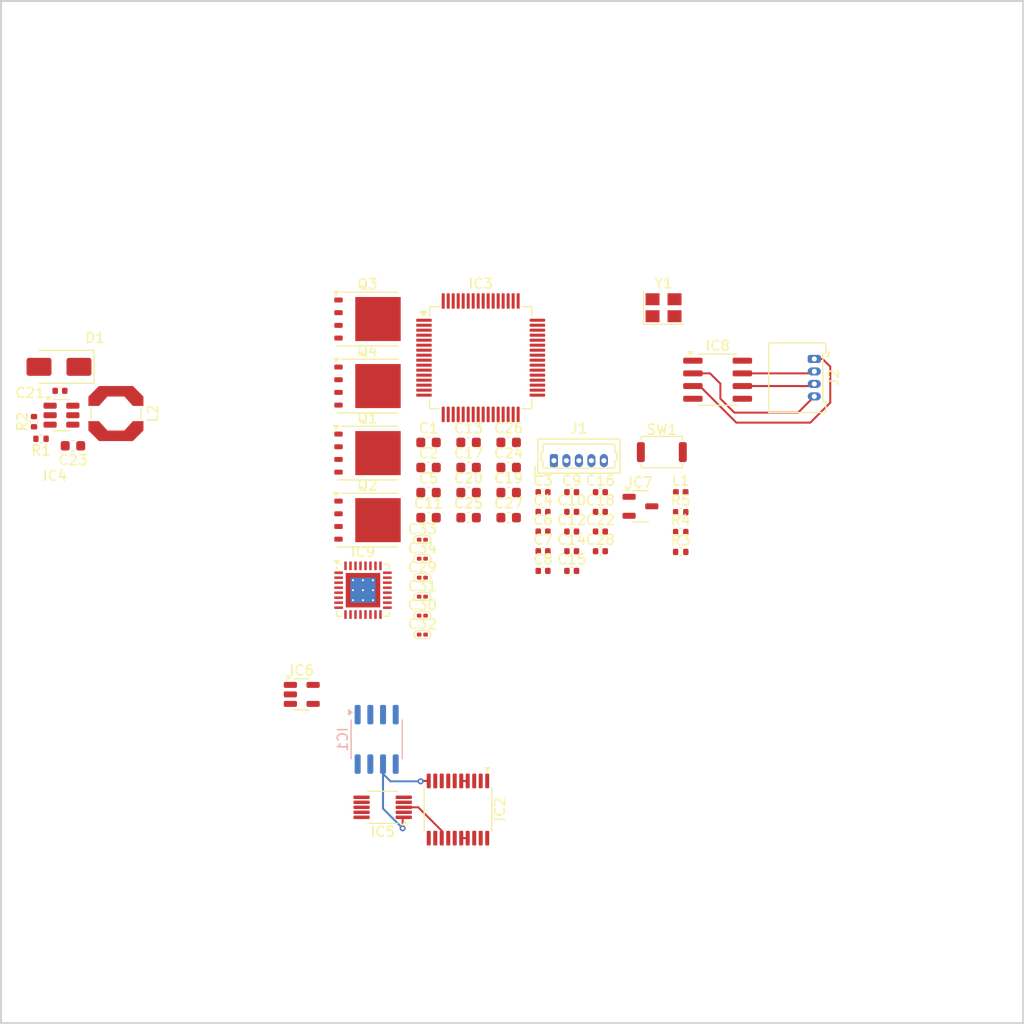
<source format=kicad_pcb>
(kicad_pcb (version 20240108) (generator "pcbnew") (generator_version "8.0")
  (layers (0 "F.Cu" signal) (1 "In1.Cu" signal) (2 "In2.Cu" signal) (31 "B.Cu" signal) (34 "B.Paste" user) (35 "F.Paste" user) (36 "B.SilkS" user "B.Silkscreen") (37 "F.SilkS" user "F.Silkscreen") (38 "B.Mask" user) (39 "F.Mask" user) (44 "Edge.Cuts" user))
  (net 0 "")
  (net 1 "GND")
  (net 2 "+3V3")
  (net 3 "+5V")
  (net 4 "Net-(C13-Pad2)")
  (net 5 "/RCC_OSC_IN")
  (net 6 "+3.3VA")
  (net 7 "/NRST")
  (net 8 "/RCC_OSC_OUT")
  (net 9 "Net-(IC3-VCAP_1)")
  (net 10 "/V_REF")
  (net 11 "Net-(IC9-DVDD)")
  (net 12 "Net-(IC9-VCP)")
  (net 13 "Net-(IC9-CPL)")
  (net 14 "Net-(IC9-CPH)")
  (net 16 "/AVDD")
  (net 17 "Net-(IC2-IN+)")
  (net 23 "/SPI_CS")
  (net 24 "/V_CS")
  (net 25 "/SPI1_SCK")
  (net 26 "/SPI1_MISO")
  (net 27 "/SPI1_MOSI")
  (net 28 "VM")
  (net 30 "Net-(IC2-IN-)")
  (net 31 "+5V5")
  (net 32 "/ECN_B")
  (net 33 "/ECN_A")
  (net 34 "/ECN_X")
  (net 35 "/CAN_H")
  (net 36 "/CAN_L")
  (net 37 "+3.3V")
  (net 46 "/BOOT0")
  (net 55 "/CAN1_TX")
  (net 76 "/PWM_1")
  (net 82 "/PWM_2")
  (net 85 "Net-(IC9-GL2)")
  (net 86 "/CAN1_RX")
  (net 87 "Net-(IC9-GH1)")
  (net 88 "/CAN_TX")
  (net 89 "/CAN_RX")
  (net 90 "Net-(IC9-GL1)")
  (net 93 "Net-(IC9-GH2)")
  (net 98 "/SW")
  (net 99 "/nSLEEP")
  (net 100 "/SDI")
  (net 101 "/nSCS")
  (net 102 "/nWDFLT")
  (net 103 "/IN1")
  (net 104 "/MODE")
  (net 105 "/IN2")
  (net 106 "/nFAULT")
  (net 107 "/SCLK")
  (net 108 "/SDO")
  (net 110 "/CS_M")
  (net 111 "/CS_P")
  (net 112 "/FB")
  (net 113 "/BST")
  (footprint "Capacitor_SMD:C_0603_1608Metric" (layer "F.Cu") (at 103.90223 82.517157 180)
    (property "Reference" "C23" (at 0 -1.43 360) (layer "F.SilkS"))
    (property "Value" "22uF")
    (pad "1" smd roundrect (at -0.775 0 180) (size 0.9 0.95) (layers "F.Cu" "F.Paste" "F.Mask") (net 31 "+5V5"))
    (pad "2" smd roundrect (at 0.775 0 180) (size 0.9 0.95) (layers "F.Cu" "F.Paste" "F.Mask") (net 1 "GND"))
  )
  (footprint "Package_TO_SOT_SMD:TDSON-8-1" (layer "F.Cu") (at 133.38 76.54)
    (property "Reference" "Q4" (at 0 -3.5 0) (layer "F.SilkS"))
    (property "Value" "CSD18540Q5B")
    (pad "1" smd roundrect (at -2.9 -1.905) (size 0.85 0.5) (layers "F.Cu" "F.Paste" "F.Mask") (net 1 "GND"))
    (pad "2" smd roundrect (at -2.9 -0.635) (size 0.85 0.5) (layers "F.Cu" "F.Paste" "F.Mask") (net 1 "GND"))
    (pad "3" smd roundrect (at -2.9 0.635) (size 0.85 0.5) (layers "F.Cu" "F.Paste" "F.Mask") (net 1 "GND"))
    (pad "4" smd roundrect (at -2.9 1.905) (size 0.85 0.5) (layers "F.Cu" "F.Paste" "F.Mask") (net 90 "Net-(IC9-GL1)"))
    (pad "5" smd rect (at 1.05 0) (size 4.55 4.41) (layers "F.Cu") (net 111 "/CS_P"))
  )
  (footprint "Package_TO_SOT_SMD:TSOT-23-6" (layer "F.Cu") (at 102.752229 79.454659)
    (property "Reference" "IC4" (at -0.65 6.062499 360) (layer "F.SilkS"))
    (property "Value" "MP2459GJ-Z")
    (pad "1" smd roundrect (at -1.1375 -0.949999) (size 1.325 0.6) (layers "F.Cu" "F.Paste" "F.Mask") (net 113 "/BST"))
    (pad "2" smd roundrect (at -1.1375 0) (size 1.325 0.6) (layers "F.Cu" "F.Paste" "F.Mask") (net 1 "GND"))
    (pad "3" smd roundrect (at -1.1375 0.949999) (size 1.325 0.6) (layers "F.Cu" "F.Paste" "F.Mask") (net 112 "/FB"))
    (pad "4" smd roundrect (at 1.1375 0.949999) (size 1.325 0.6) (layers "F.Cu" "F.Paste" "F.Mask"))
    (pad "5" smd roundrect (at 1.1375 0) (size 1.325 0.6) (layers "F.Cu" "F.Paste" "F.Mask") (net 28 "VM"))
    (pad "6" smd roundrect (at 1.1375 -0.949999) (size 1.325 0.6) (layers "F.Cu" "F.Paste" "F.Mask") (net 98 "/SW"))
  )
  (footprint "Resistor_SMD:R_0402_1005Metric" (layer "F.Cu") (at 100.002229 80.107158 90)
    (property "Reference" "R2" (at 0 -1.17 90) (layer "F.SilkS"))
    (property "Value" "576k")
    (pad "1" smd roundrect (at -0.509999 0 90) (size 0.54 0.64) (layers "F.Cu" "F.Paste" "F.Mask") (net 112 "/FB"))
    (pad "2" smd roundrect (at 0.509999 0 90) (size 0.54 0.64) (layers "F.Cu" "F.Paste" "F.Mask") (net 1 "GND"))
  )
  (footprint "Capacitor_SMD:C_0603_1608Metric" (layer "F.Cu") (at 139.49 82.18)
    (property "Reference" "C1" (at 0 -1.43 0) (layer "F.SilkS"))
    (property "Value" "10uF")
    (pad "1" smd roundrect (at -0.775 0) (size 0.9 0.95) (layers "F.Cu" "F.Paste" "F.Mask") (net 2 "+3V3"))
    (pad "2" smd roundrect (at 0.775 0) (size 0.9 0.95) (layers "F.Cu" "F.Paste" "F.Mask") (net 1 "GND"))
  )
  (footprint "Capacitor_SMD:C_0402_1005Metric" (layer "F.Cu") (at 102.602229 77.017157)
    (property "Reference" "C21" (at -3 0.2 360) (layer "F.SilkS"))
    (property "Value" "100nF")
    (pad "1" smd roundrect (at -0.48 0) (size 0.56 0.62) (layers "F.Cu" "F.Paste" "F.Mask") (net 113 "/BST"))
    (pad "2" smd roundrect (at 0.48 0) (size 0.56 0.62) (layers "F.Cu" "F.Paste" "F.Mask") (net 98 "/SW"))
  )
  (footprint "Capacitor_SMD:C_0402_1005Metric" (layer "F.Cu") (at 156.69 93.07)
    (property "Reference" "C28" (at 0 -1.16 0) (layer "F.SilkS"))
    (property "Value" "100nF")
    (pad "1" smd roundrect (at -0.48 0) (size 0.56 0.62) (layers "F.Cu" "F.Paste" "F.Mask") (net 2 "+3V3"))
    (pad "2" smd roundrect (at 0.48 0) (size 0.56 0.62) (layers "F.Cu" "F.Paste" "F.Mask") (net 1 "GND"))
  )
  (footprint "Resistor_SMD:R_0402_1005Metric" (layer "F.Cu") (at 164.73 93.14)
    (property "Reference" "R3" (at 0 -1.17 0) (layer "F.SilkS"))
    (property "Value" "10k")
    (pad "1" smd roundrect (at -0.51 0) (size 0.54 0.64) (layers "F.Cu" "F.Paste" "F.Mask") (net 2 "+3V3"))
    (pad "2" smd roundrect (at 0.51 0) (size 0.54 0.64) (layers "F.Cu" "F.Paste" "F.Mask") (net 108 "/SDO"))
  )
  (footprint "Package_TO_SOT_SMD:TDSON-8-1" (layer "F.Cu") (at 133.38 89.96)
    (property "Reference" "Q2" (at 0 -3.5 0) (layer "F.SilkS"))
    (property "Value" "CSD18540Q5B")
    (pad "1" smd roundrect (at -2.9 -1.905) (size 0.85 0.5) (layers "F.Cu" "F.Paste" "F.Mask") (net 1 "GND"))
    (pad "2" smd roundrect (at -2.9 -0.635) (size 0.85 0.5) (layers "F.Cu" "F.Paste" "F.Mask") (net 1 "GND"))
    (pad "3" smd roundrect (at -2.9 0.635) (size 0.85 0.5) (layers "F.Cu" "F.Paste" "F.Mask") (net 1 "GND"))
    (pad "4" smd roundrect (at -2.9 1.905) (size 0.85 0.5) (layers "F.Cu" "F.Paste" "F.Mask") (net 85 "Net-(IC9-GL2)"))
    (pad "5" smd rect (at 1.05 0) (size 4.55 4.41) (layers "F.Cu") (net 110 "/CS_M"))
  )
  (footprint "Resistor_SMD:R_0402_1005Metric" (layer "F.Cu") (at 164.73 91.15)
    (property "Reference" "R4" (at 0 -1.17 0) (layer "F.SilkS"))
    (property "Value" "10k")
    (pad "1" smd roundrect (at -0.51 0) (size 0.54 0.64) (layers "F.Cu" "F.Paste" "F.Mask") (net 2 "+3V3"))
    (pad "2" smd roundrect (at 0.51 0) (size 0.54 0.64) (layers "F.Cu" "F.Paste" "F.Mask") (net 102 "/nWDFLT"))
  )
  (footprint "Capacitor_SMD:C_0402_1005Metric" (layer "F.Cu") (at 156.69 87.16)
    (property "Reference" "C16" (at 0 -1.16 0) (layer "F.SilkS"))
    (property "Value" "100nF")
    (pad "1" smd roundrect (at -0.48 0) (size 0.56 0.62) (layers "F.Cu" "F.Paste" "F.Mask") (net 2 "+3V3"))
    (pad "2" smd roundrect (at 0.48 0) (size 0.56 0.62) (layers "F.Cu" "F.Paste" "F.Mask") (net 1 "GND"))
  )
  (footprint "PCM_Capacitor_SMD_AKL:C_0201_0603Metric" (layer "F.Cu") (at 138.875003 91.915001)
    (property "Reference" "C33" (at 0 -1.05 0) (layer "F.SilkS"))
    (property "Value" "1uF" (hide yes))
    (pad "1" smd roundrect (at -0.32 0) (size 0.46 0.4) (layers "F.Cu" "F.Mask") (net 28 "VM"))
    (pad "2" smd roundrect (at 0.32 0) (size 0.46 0.4) (layers "F.Cu" "F.Mask") (net 12 "Net-(IC9-VCP)"))
  )
  (footprint "Connector_Molex:Molex_PicoBlade_53047-0510_1x05_P1.25mm_Vertical" (layer "F.Cu") (at 152.04 84)
    (property "Reference" "J1" (at 2.5 -3.25 0) (layer "F.SilkS"))
    (property "Value" "Conn_Enc")
    (pad "1" thru_hole roundrect (at 0 0) (size 0.8 1.3) (drill 0.5) (layers "*.Cu" "*.Mask") (net 2 "+3V3"))
    (pad "2" thru_hole oval (at 1.25 0) (size 0.8 1.3) (drill 0.5) (layers "*.Cu" "*.Mask") (net 33 "/ECN_A"))
    (pad "3" thru_hole oval (at 2.5 0) (size 0.8 1.3) (drill 0.5) (layers "*.Cu" "*.Mask") (net 32 "/ECN_B"))
    (pad "4" thru_hole oval (at 3.75 0) (size 0.8 1.3) (drill 0.5) (layers "*.Cu" "*.Mask") (net 34 "/ECN_X"))
    (pad "5" thru_hole oval (at 5 0) (size 0.8 1.3) (drill 0.5) (layers "*.Cu" "*.Mask") (net 1 "GND"))
  )
  (footprint "PCM_Capacitor_SMD_AKL:C_0201_0603Metric" (layer "F.Cu") (at 138.875003 101.415001)
    (property "Reference" "C32" (at 0 -1.05 0) (layer "F.SilkS"))
    (property "Value" "22uF" (hide yes))
    (pad "1" smd roundrect (at -0.32 0) (size 0.46 0.4) (layers "F.Cu" "F.Mask") (net 28 "VM"))
    (pad "2" smd roundrect (at 0.32 0) (size 0.46 0.4) (layers "F.Cu" "F.Mask") (net 1 "GND"))
  )
  (footprint "Capacitor_SMD:C_0402_1005Metric" (layer "F.Cu") (at 153.82 95.04)
    (property "Reference" "C15" (at 0 -1.16 0) (layer "F.SilkS"))
    (property "Value" "100nF")
    (pad "1" smd roundrect (at -0.48 0) (size 0.56 0.62) (layers "F.Cu" "F.Paste" "F.Mask") (net 10 "/V_REF"))
    (pad "2" smd roundrect (at 0.48 0) (size 0.56 0.62) (layers "F.Cu" "F.Paste" "F.Mask") (net 4 "Net-(C13-Pad2)"))
  )
  (footprint "Capacitor_SMD:C_0603_1608Metric" (layer "F.Cu") (at 143.5 89.71)
    (property "Reference" "C25" (at 0 -1.43 0) (layer "F.SilkS"))
    (property "Value" "1uF")
    (pad "1" smd roundrect (at -0.775 0) (size 0.9 0.95) (layers "F.Cu" "F.Paste" "F.Mask") (net 31 "+5V5"))
    (pad "2" smd roundrect (at 0.775 0) (size 0.9 0.95) (layers "F.Cu" "F.Paste" "F.Mask") (net 1 "GND"))
  )
  (footprint "Capacitor_SMD:C_0402_1005Metric" (layer "F.Cu") (at 153.82 91.1)
    (property "Reference" "C12" (at 0 -1.16 0) (layer "F.SilkS"))
    (property "Value" "100nF")
    (pad "1" smd roundrect (at -0.48 0) (size 0.56 0.62) (layers "F.Cu" "F.Paste" "F.Mask") (net 3 "+5V"))
    (pad "2" smd roundrect (at 0.48 0) (size 0.56 0.62) (layers "F.Cu" "F.Paste" "F.Mask") (net 1 "GND"))
  )
  (footprint "Capacitor_SMD:C_0402_1005Metric" (layer "F.Cu") (at 150.95 93.07)
    (property "Reference" "C7" (at 0 -1.16 0) (layer "F.SilkS"))
    (property "Value" "1u")
    (pad "1" smd roundrect (at -0.48 0) (size 0.56 0.62) (layers "F.Cu" "F.Paste" "F.Mask") (net 6 "+3.3VA"))
    (pad "2" smd roundrect (at 0.48 0) (size 0.56 0.62) (layers "F.Cu" "F.Paste" "F.Mask") (net 1 "GND"))
  )
  (footprint "Capacitor_SMD:C_0402_1005Metric" (layer "F.Cu") (at 156.69 91.1)
    (property "Reference" "C22" (at 0 -1.16 0) (layer "F.SilkS"))
    (property "Value" "100nF")
    (pad "1" smd roundrect (at -0.48 0) (size 0.56 0.62) (layers "F.Cu" "F.Paste" "F.Mask") (net 2 "+3V3"))
    (pad "2" smd roundrect (at 0.48 0) (size 0.56 0.62) (layers "F.Cu" "F.Paste" "F.Mask") (net 1 "GND"))
  )
  (footprint "Capacitor_SMD:C_0402_1005Metric" (layer "F.Cu") (at 153.82 93.07)
    (property "Reference" "C14" (at 0 -1.16 0) (layer "F.SilkS"))
    (property "Value" "100nF")
    (pad "1" smd roundrect (at -0.48 0) (size 0.56 0.62) (layers "F.Cu" "F.Paste" "F.Mask") (net 2 "+3V3"))
    (pad "2" smd roundrect (at 0.48 0) (size 0.56 0.62) (layers "F.Cu" "F.Paste" "F.Mask") (net 1 "GND"))
  )
  (footprint "Capacitor_SMD:C_0402_1005Metric" (layer "F.Cu") (at 153.82 89.13)
    (property "Reference" "C10" (at 0 -1.16 0) (layer "F.SilkS"))
    (property "Value" "100n")
    (pad "1" smd roundrect (at -0.48 0) (size 0.56 0.62) (layers "F.Cu" "F.Paste" "F.Mask") (net 6 "+3.3VA"))
    (pad "2" smd roundrect (at 0.48 0) (size 0.56 0.62) (layers "F.Cu" "F.Paste" "F.Mask") (net 1 "GND"))
  )
  (footprint "Capacitor_SMD:C_0603_1608Metric" (layer "F.Cu") (at 147.51 87.2)
    (property "Reference" "C19" (at 0 -1.43 0) (layer "F.SilkS"))
    (property "Value" "4.7uF")
    (pad "1" smd roundrect (at -0.775 0) (size 0.9 0.95) (layers "F.Cu" "F.Paste" "F.Mask") (net 28 "VM"))
    (pad "2" smd roundrect (at 0.775 0) (size 0.9 0.95) (layers "F.Cu" "F.Paste" "F.Mask") (net 1 "GND"))
  )
  (footprint "PCM_Capacitor_SMD_AKL:C_0201_0603Metric" (layer "F.Cu") (at 138.875003 93.815001)
    (property "Reference" "C34" (at 0 -1.05 0) (layer "F.SilkS"))
    (property "Value" "100nF" (hide yes))
    (pad "1" smd roundrect (at -0.32 0) (size 0.46 0.4) (layers "F.Cu" "F.Mask") (net 14 "Net-(IC9-CPH)"))
    (pad "2" smd roundrect (at 0.32 0) (size 0.46 0.4) (layers "F.Cu" "F.Mask") (net 13 "Net-(IC9-CPL)"))
  )
  (footprint "Capacitor_SMD:C_0603_1608Metric" (layer "F.Cu") (at 139.49 84.69)
    (property "Reference" "C2" (at 0 -1.43 0) (layer "F.SilkS"))
    (property "Value" "10uF")
    (pad "1" smd roundrect (at -0.775 0) (size 0.9 0.95) (layers "F.Cu" "F.Paste" "F.Mask") (net 3 "+5V"))
    (pad "2" smd roundrect (at 0.775 0) (size 0.9 0.95) (layers "F.Cu" "F.Paste" "F.Mask") (net 4 "Net-(C13-Pad2)"))
  )
  (footprint "Capacitor_SMD:C_0603_1608Metric" (layer "F.Cu") (at 139.49 87.2)
    (property "Reference" "C5" (at 0 -1.43 0) (layer "F.SilkS"))
    (property "Value" "30pF")
    (pad "1" smd roundrect (at -0.775 0) (size 0.9 0.95) (layers "F.Cu" "F.Paste" "F.Mask") (net 5 "/RCC_OSC_IN"))
    (pad "2" smd roundrect (at 0.775 0) (size 0.9 0.95) (layers "F.Cu" "F.Paste" "F.Mask") (net 1 "GND"))
  )
  (footprint "Capacitor_SMD:C_0402_1005Metric" (layer "F.Cu") (at 153.82 87.16)
    (property "Reference" "C9" (at 0 -1.16 0) (layer "F.SilkS"))
    (property "Value" "100nF")
    (pad "1" smd roundrect (at -0.48 0) (size 0.56 0.62) (layers "F.Cu" "F.Paste" "F.Mask") (net 7 "/NRST"))
    (pad "2" smd roundrect (at 0.48 0) (size 0.56 0.62) (layers "F.Cu" "F.Paste" "F.Mask") (net 1 "GND"))
  )
  (footprint "Capacitor_SMD:C_0603_1608Metric" (layer "F.Cu") (at 143.5 84.69)
    (property "Reference" "C17" (at 0 -1.43 0) (layer "F.SilkS"))
    (property "Value" "4.7uF")
    (pad "1" smd roundrect (at -0.775 0) (size 0.9 0.95) (layers "F.Cu" "F.Paste" "F.Mask") (net 9 "Net-(IC3-VCAP_1)"))
    (pad "2" smd roundrect (at 0.775 0) (size 0.9 0.95) (layers "F.Cu" "F.Paste" "F.Mask") (net 1 "GND"))
  )
  (footprint "Button_Switch_SMD:SW_Push_SPST_NO_Alps_SKRK" (layer "F.Cu") (at 162.84 83.15)
    (property "Reference" "SW1" (at 0 -2.25 0) (layer "F.SilkS"))
    (property "Value" "SW_Push")
    (pad "1" smd roundrect (at -2.1 0) (size 0.8 2) (layers "F.Cu" "F.Paste" "F.Mask") (net 7 "/NRST"))
    (pad "2" smd roundrect (at 2.1 0) (size 0.8 2) (layers "F.Cu" "F.Paste" "F.Mask") (net 1 "GND"))
  )
  (footprint "Resistor_SMD:R_0402_1005Metric" (layer "F.Cu") (at 164.73 89.16)
    (property "Reference" "R5" (at 0 -1.17 0) (layer "F.SilkS"))
    (property "Value" "10k")
    (pad "1" smd roundrect (at -0.51 0) (size 0.54 0.64) (layers "F.Cu" "F.Paste" "F.Mask") (net 2 "+3V3"))
    (pad "2" smd roundrect (at 0.51 0) (size 0.54 0.64) (layers "F.Cu" "F.Paste" "F.Mask") (net 106 "/nFAULT"))
  )
  (footprint "Package_TO_SOT_SMD:TSOT-23-5" (layer "F.Cu") (at 126.8 107.4)
    (property "Reference" "IC6" (at 0 -2.4 360) (layer "F.SilkS"))
    (property "Value" "ADP7142AUJZ-5.0")
    (pad "1" smd roundrect (at -1.1375 -0.949999) (size 1.325 0.6) (layers "F.Cu" "F.Paste" "F.Mask") (net 31 "+5V5"))
    (pad "2" smd roundrect (at -1.1375 0) (size 1.325 0.6) (layers "F.Cu" "F.Paste" "F.Mask") (net 1 "GND"))
    (pad "3" smd roundrect (at -1.1375 0.949999) (size 1.325 0.6) (layers "F.Cu" "F.Paste" "F.Mask") (net 31 "+5V5"))
    (pad "4" smd roundrect (at 1.1375 0.949999) (size 1.325 0.6) (layers "F.Cu" "F.Paste" "F.Mask") (net 3 "+5V"))
    (pad "5" smd roundrect (at 1.1375 -0.949999) (size 1.325 0.6) (layers "F.Cu" "F.Paste" "F.Mask") (net 3 "+5V"))
  )
  (footprint "Package_SO:SOIC-8_3.9x4.9mm_P1.27mm" (layer "F.Cu") (at 168.425 75.905)
    (property "Reference" "IC8" (at 0 -3.4 0) (layer "F.SilkS"))
    (property "Value" "SN65HVD230")
    (pad "1" smd roundrect (at -2.475 -1.905) (size 1.95 0.6) (layers "F.Cu" "F.Paste" "F.Mask") (net 88 "/CAN_TX"))
    (pad "2" smd roundrect (at -2.475 -0.635) (size 1.95 0.6) (layers "F.Cu" "F.Paste" "F.Mask") (net 1 "GND"))
    (pad "3" smd roundrect (at -2.475 0.635) (size 1.95 0.6) (layers "F.Cu" "F.Paste" "F.Mask") (net 2 "+3V3"))
    (pad "4" smd roundrect (at -2.475 1.905) (size 1.95 0.6) (layers "F.Cu" "F.Paste" "F.Mask") (net 89 "/CAN_RX"))
    (pad "5" smd roundrect (at 2.475 1.905) (size 1.95 0.6) (layers "F.Cu" "F.Paste" "F.Mask"))
    (pad "6" smd roundrect (at 2.475 0.635) (size 1.95 0.6) (layers "F.Cu" "F.Paste" "F.Mask") (net 36 "/CAN_L"))
    (pad "7" smd roundrect (at 2.475 -0.635) (size 1.95 0.6) (layers "F.Cu" "F.Paste" "F.Mask") (net 35 "/CAN_H"))
    (pad "8" smd roundrect (at 2.475 -1.905) (size 1.95 0.6) (layers "F.Cu" "F.Paste" "F.Mask") (net 1 "GND"))
  )
  (footprint "Capacitor_SMD:C_0402_1005Metric" (layer "F.Cu") (at 150.95 87.16)
    (property "Reference" "C3" (at 0 -1.16 0) (layer "F.SilkS"))
    (property "Value" "100nF")
    (pad "1" smd roundrect (at -0.48 0) (size 0.56 0.62) (layers "F.Cu" "F.Paste" "F.Mask") (net 3 "+5V"))
    (pad "2" smd roundrect (at 0.48 0) (size 0.56 0.62) (layers "F.Cu" "F.Paste" "F.Mask") (net 4 "Net-(C13-Pad2)"))
  )
  (footprint "Capacitor_SMD:C_0603_1608Metric" (layer "F.Cu") (at 147.51 89.71)
    (property "Reference" "C27" (at 0 -1.43 0) (layer "F.SilkS"))
    (property "Value" "2.2uF")
    (pad "1" smd roundrect (at -0.775 0) (size 0.9 0.95) (layers "F.Cu" "F.Paste" "F.Mask") (net 3 "+5V"))
    (pad "2" smd roundrect (at 0.775 0) (size 0.9 0.95) (layers "F.Cu" "F.Paste" "F.Mask") (net 1 "GND"))
  )
  (footprint "Capacitor_SMD:C_0603_1608Metric" (layer "F.Cu") (at 147.51 82.18)
    (property "Reference" "C26" (at 0 -1.43 0) (layer "F.SilkS"))
    (property "Value" "1uF")
    (pad "1" smd roundrect (at -0.775 0) (size 0.9 0.95) (layers "F.Cu" "F.Paste" "F.Mask") (net 2 "+3V3"))
    (pad "2" smd roundrect (at 0.775 0) (size 0.9 0.95) (layers "F.Cu" "F.Paste" "F.Mask") (net 1 "GND"))
  )
  (footprint "Package_TO_SOT_SMD:SOT-23-3" (layer "F.Cu") (at 160.7 88.575)
    (property "Reference" "IC7" (at 0 -2.4 0) (layer "F.SilkS"))
    (property "Value" "XC6206P332MR-G")
    (pad "1" smd roundrect (at -1.1375 -0.95) (size 1.325 0.6) (layers "F.Cu" "F.Paste" "F.Mask") (net 1 "GND"))
    (pad "2" smd roundrect (at -1.1375 0.95) (size 1.325 0.6) (layers "F.Cu" "F.Paste" "F.Mask") (net 2 "+3V3"))
    (pad "3" smd roundrect (at 1.1375 0) (size 1.325 0.6) (layers "F.Cu" "F.Paste" "F.Mask") (net 31 "+5V5"))
  )
  (footprint "Package_DFN_QFN:QFN-32-1EP_5x5mm_P0.5mm_EP3.45x3.45mm_ThermalVias" (layer "F.Cu") (at 132.93 96.97)
    (property "Reference" "IC9" (at 0 -3.83 0) (layer "F.SilkS"))
    (property "Value" "DRV8703QRHBRQ1")
    (pad "1" smd roundrect (at -2.4375 -1.75) (size 0.875 0.25) (layers "F.Cu" "F.Paste" "F.Mask") (net 1 "GND"))
    (pad "2" smd roundrect (at -2.4375 -1.25) (size 0.875 0.25) (layers "F.Cu" "F.Paste" "F.Mask") (net 103 "/IN1"))
    (pad "3" smd roundrect (at -2.4375 -0.75) (size 0.875 0.25) (layers "F.Cu" "F.Paste" "F.Mask") (net 105 "/IN2"))
    (pad "4" smd roundrect (at -2.4375 -0.25) (size 0.875 0.25) (layers "F.Cu" "F.Paste" "F.Mask") (net 108 "/SDO"))
    (pad "5" smd roundrect (at -2.4375 0.25) (size 0.875 0.25) (layers "F.Cu" "F.Paste" "F.Mask") (net 101 "/nSCS"))
    (pad "6" smd roundrect (at -2.4375 0.75) (size 0.875 0.25) (layers "F.Cu" "F.Paste" "F.Mask") (net 100 "/SDI"))
    (pad "7" smd roundrect (at -2.4375 1.25) (size 0.875 0.25) (layers "F.Cu" "F.Paste" "F.Mask") (net 107 "/SCLK"))
    (pad "8" smd roundrect (at -2.4375 1.75) (size 0.875 0.25) (layers "F.Cu" "F.Paste" "F.Mask") (net 99 "/nSLEEP"))
    (pad "9" smd roundrect (at -1.75 2.4375) (size 0.25 0.875) (layers "F.Cu" "F.Paste" "F.Mask") (net 102 "/nWDFLT"))
    (pad "10" smd roundrect (at -1.25 2.4375) (size 0.25 0.875) (layers "F.Cu" "F.Paste" "F.Mask") (net 106 "/nFAULT"))
    (pad "11" smd roundrect (at -0.75 2.4375) (size 0.25 0.875) (layers "F.Cu" "F.Paste" "F.Mask") (net 104 "/MODE"))
    (pad "12" smd roundrect (at -0.25 2.4375) (size 0.25 0.875) (layers "F.Cu" "F.Paste" "F.Mask") (net 11 "Net-(IC9-DVDD)"))
    (pad "13" smd roundrect (at 0.25 2.4375) (size 0.25 0.875) (layers "F.Cu" "F.Paste" "F.Mask") (net 1 "GND"))
    (pad "14" smd roundrect (at 0.75 2.4375) (size 0.25 0.875) (layers "F.Cu" "F.Paste" "F.Mask") (net 16 "/AVDD"))
    (pad "15" smd roundrect (at 1.25 2.4375) (size 0.25 0.875) (layers "F.Cu" "F.Paste" "F.Mask") (net 16 "/AVDD"))
    (pad "16" smd roundrect (at 1.75 2.4375) (size 0.25 0.875) (layers "F.Cu" "F.Paste" "F.Mask"))
    (pad "17" smd roundrect (at 2.4375 1.75) (size 0.875 0.25) (layers "F.Cu" "F.Paste" "F.Mask") (net 1 "GND"))
    (pad "18" smd roundrect (at 2.4375 1.25) (size 0.875 0.25) (layers "F.Cu" "F.Paste" "F.Mask") (net 87 "Net-(IC9-GH1)"))
    (pad "19" smd roundrect (at 2.4375 0.75) (size 0.875 0.25) (layers "F.Cu" "F.Paste" "F.Mask") (net 111 "/CS_P"))
    (pad "20" smd roundrect (at 2.4375 0.25) (size 0.875 0.25) (layers "F.Cu" "F.Paste" "F.Mask") (net 90 "Net-(IC9-GL1)"))
    (pad "21" smd roundrect (at 2.4375 -0.25) (size 0.875 0.25) (layers "F.Cu" "F.Paste" "F.Mask") (net 1 "GND"))
    (pad "22" smd roundrect (at 2.4375 -0.75) (size 0.875 0.25) (layers "F.Cu" "F.Paste" "F.Mask") (net 1 "GND"))
    (pad "23" smd roundrect (at 2.4375 -1.25) (size 0.875 0.25) (layers "F.Cu" "F.Paste" "F.Mask") (net 1 "GND"))
    (pad "24" smd roundrect (at 2.4375 -1.75) (size 0.875 0.25) (layers "F.Cu" "F.Paste" "F.Mask") (net 85 "Net-(IC9-GL2)"))
    (pad "25" smd roundrect (at 1.75 -2.4375) (size 0.25 0.875) (layers "F.Cu" "F.Paste" "F.Mask") (net 110 "/CS_M"))
    (pad "26" smd roundrect (at 1.25 -2.4375) (size 0.25 0.875) (layers "F.Cu" "F.Paste" "F.Mask") (net 93 "Net-(IC9-GH2)"))
    (pad "27" smd roundrect (at 0.75 -2.4375) (size 0.25 0.875) (layers "F.Cu" "F.Paste" "F.Mask") (net 28 "VM"))
    (pad "28" smd roundrect (at 0.25 -2.4375) (size 0.25 0.875) (layers "F.Cu" "F.Paste" "F.Mask") (net 28 "VM"))
    (pad "29" smd roundrect (at -0.25 -2.4375) (size 0.25 0.875) (layers "F.Cu" "F.Paste" "F.Mask") (net 12 "Net-(IC9-VCP)"))
    (pad "30" smd roundrect (at -0.75 -2.4375) (size 0.25 0.875) (layers "F.Cu" "F.Paste" "F.Mask") (net 14 "Net-(IC9-CPH)"))
    (pad "31" smd roundrect (at -1.25 -2.4375) (size 0.25 0.875) (layers "F.Cu" "F.Paste" "F.Mask") (net 13 "Net-(IC9-CPL)"))
    (pad "32" smd roundrect (at -1.75 -2.4375) (size 0.25 0.875) (layers "F.Cu" "F.Paste" "F.Mask"))
    (pad "33" thru_hole circle (at -1 -1) (size 0.5 0.5) (drill 0.2) (property pad_prop_heatsink) (layers "*.Cu"))
    (pad "33" thru_hole circle (at -1 0) (size 0.5 0.5) (drill 0.2) (property pad_prop_heatsink) (layers "*.Cu"))
    (pad "33" thru_hole circle (at -1 1) (size 0.5 0.5) (drill 0.2) (property pad_prop_heatsink) (layers "*.Cu"))
    (pad "33" thru_hole circle (at 0 -1) (size 0.5 0.5) (drill 0.2) (property pad_prop_heatsink) (layers "*.Cu"))
    (pad "33" thru_hole circle (at 0 0) (size 0.5 0.5) (drill 0.2) (property pad_prop_heatsink) (layers "*.Cu"))
    (pad "33" smd rect (at 0 0) (size 2.5 2.5) (property pad_prop_heatsink) (layers "B.Cu"))
    (pad "33" smd rect (at 0 0) (size 3.45 3.45) (property pad_prop_heatsink) (layers "F.Cu" "F.Mask"))
    (pad "33" thru_hole circle (at 0 1) (size 0.5 0.5) (drill 0.2) (property pad_prop_heatsink) (layers "*.Cu"))
    (pad "33" thru_hole circle (at 1 -1) (size 0.5 0.5) (drill 0.2) (property pad_prop_heatsink) (layers "*.Cu"))
    (pad "33" thru_hole circle (at 1 0) (size 0.5 0.5) (drill 0.2) (property pad_prop_heatsink) (layers "*.Cu"))
    (pad "33" thru_hole circle (at 1 1) (size 0.5 0.5) (drill 0.2) (property pad_prop_heatsink) (layers "*.Cu"))
  )
  (footprint "Capacitor_SMD:C_0402_1005Metric" (layer "F.Cu") (at 156.69 89.13)
    (property "Reference" "C18" (at 0 -1.16 0) (layer "F.SilkS"))
    (property "Value" "100nF")
    (pad "1" smd roundrect (at -0.48 0) (size 0.56 0.62) (layers "F.Cu" "F.Paste" "F.Mask") (net 3 "+5V"))
    (pad "2" smd roundrect (at 0.48 0) (size 0.56 0.62) (layers "F.Cu" "F.Paste" "F.Mask") (net 1 "GND"))
  )
  (footprint "Capacitor_SMD:C_0603_1608Metric" (layer "F.Cu") (at 147.51 84.69)
    (property "Reference" "C24" (at 0 -1.43 0) (layer "F.SilkS"))
    (property "Value" "2.2uF")
    (pad "1" smd roundrect (at -0.775 0) (size 0.9 0.95) (layers "F.Cu" "F.Paste" "F.Mask") (net 31 "+5V5"))
    (pad "2" smd roundrect (at 0.775 0) (size 0.9 0.95) (layers "F.Cu" "F.Paste" "F.Mask") (net 1 "GND"))
  )
  (footprint "Capacitor_SMD:C_0603_1608Metric" (layer "F.Cu") (at 143.5 87.2)
    (property "Reference" "C20" (at 0 -1.43 0) (layer "F.SilkS"))
    (property "Value" "22uF")
    (pad "1" smd roundrect (at -0.775 0) (size 0.9 0.95) (layers "F.Cu" "F.Paste" "F.Mask") (net 10 "/V_REF"))
    (pad "2" smd roundrect (at 0.775 0) (size 0.9 0.95) (layers "F.Cu" "F.Paste" "F.Mask") (net 1 "GND"))
  )
  (footprint "PCM_Capacitor_SMD_AKL:C_0201_0603Metric" (layer "F.Cu") (at 138.875003 99.515001)
    (property "Reference" "C30" (at 0 -1.05 0) (layer "F.SilkS"))
    (property "Value" "100nF" (hide yes))
    (pad "1" smd roundrect (at -0.32 0) (size 0.46 0.4) (layers "F.Cu" "F.Mask") (net 28 "VM"))
    (pad "2" smd roundrect (at 0.32 0) (size 0.46 0.4) (layers "F.Cu" "F.Mask") (net 1 "GND"))
  )
  (footprint "Inductor_SMD:L_0402_1005Metric" (layer "F.Cu") (at 164.73 87.17)
    (property "Reference" "L1" (at 0 -1.17 0) (layer "F.SilkS"))
    (property "Value" "39n")
    (pad "1" smd roundrect (at -0.485 0) (size 0.59 0.64) (layers "F.Cu" "F.Paste" "F.Mask") (net 37 "+3.3V"))
    (pad "2" smd roundrect (at 0.485 0) (size 0.59 0.64) (layers "F.Cu" "F.Paste" "F.Mask") (net 6 "+3.3VA"))
  )
  (footprint "Package_TO_SOT_SMD:TDSON-8-1" (layer "F.Cu") (at 133.38 69.83)
    (property "Reference" "Q3" (at 0 -3.5 0) (layer "F.SilkS"))
    (property "Value" "CSD18540Q5B")
    (pad "1" smd roundrect (at -2.9 -1.905) (size 0.85 0.5) (layers "F.Cu" "F.Paste" "F.Mask") (net 111 "/CS_P"))
    (pad "2" smd roundrect (at -2.9 -0.635) (size 0.85 0.5) (layers "F.Cu" "F.Paste" "F.Mask") (net 111 "/CS_P"))
    (pad "3" smd roundrect (at -2.9 0.635) (size 0.85 0.5) (layers "F.Cu" "F.Paste" "F.Mask") (net 111 "/CS_P"))
    (pad "4" smd roundrect (at -2.9 1.905) (size 0.85 0.5) (layers "F.Cu" "F.Paste" "F.Mask") (net 87 "Net-(IC9-GH1)"))
    (pad "5" smd rect (at 1.05 0) (size 4.55 4.41) (layers "F.Cu") (net 28 "VM"))
  )
  (footprint "Package_QFP:LQFP-64_10x10mm_P0.5mm" (layer "F.Cu") (at 144.71 73.7)
    (property "Reference" "IC3" (at 0 -7.4 0) (layer "F.SilkS"))
    (property "Value" "STM32F446RCT6")
    (pad "1" smd roundrect (at -5.675 -3.75) (size 1.55 0.3) (layers "F.Cu" "F.Paste" "F.Mask") (net 2 "+3V3"))
    (pad "2" smd roundrect (at -5.675 -3.25) (size 1.55 0.3) (layers "F.Cu" "F.Paste" "F.Mask"))
    (pad "3" smd roundrect (at -5.675 -2.75) (size 1.55 0.3) (layers "F.Cu" "F.Paste" "F.Mask"))
    (pad "4" smd roundrect (at -5.675 -2.25) (size 1.55 0.3) (layers "F.Cu" "F.Paste" "F.Mask"))
    (pad "5" smd roundrect (at -5.675 -1.75) (size 1.55 0.3) (layers "F.Cu" "F.Paste" "F.Mask") (net 5 "/RCC_OSC_IN"))
    (pad "6" smd roundrect (at -5.675 -1.25) (size 1.55 0.3) (layers "F.Cu" "F.Paste" "F.Mask") (net 8 "/RCC_OSC_OUT"))
    (pad "7" smd roundrect (at -5.675 -0.75) (size 1.55 0.3) (layers "F.Cu" "F.Paste" "F.Mask") (net 7 "/NRST"))
    (pad "8" smd roundrect (at -5.675 -0.25) (size 1.55 0.3) (layers "F.Cu" "F.Paste" "F.Mask"))
    (pad "9" smd roundrect (at -5.675 0.25) (size 1.55 0.3) (layers "F.Cu" "F.Paste" "F.Mask"))
    (pad "10" smd roundrect (at -5.675 0.75) (size 1.55 0.3) (layers "F.Cu" "F.Paste" "F.Mask"))
    (pad "11" smd roundrect (at -5.675 1.25) (size 1.55 0.3) (layers "F.Cu" "F.Paste" "F.Mask"))
    (pad "12" smd roundrect (at -5.675 1.75) (size 1.55 0.3) (layers "F.Cu" "F.Paste" "F.Mask"))
    (pad "13" smd roundrect (at -5.675 2.25) (size 1.55 0.3) (layers "F.Cu" "F.Paste" "F.Mask") (net 6 "+3.3VA"))
    (pad "14" smd roundrect (at -5.675 2.75) (size 1.55 0.3) (layers "F.Cu" "F.Paste" "F.Mask") (net 33 "/ECN_A"))
    (pad "15" smd roundrect (at -5.675 3.25) (size 1.55 0.3) (layers "F.Cu" "F.Paste" "F.Mask") (net 32 "/ECN_B"))
    (pad "16" smd roundrect (at -5.675 3.75) (size 1.55 0.3) (layers "F.Cu" "F.Paste" "F.Mask"))
    (pad "17" smd roundrect (at -3.75 5.675) (size 0.3 1.55) (layers "F.Cu" "F.Paste" "F.Mask"))
    (pad "18" smd roundrect (at -3.25 5.675) (size 0.3 1.55) (layers "F.Cu" "F.Paste" "F.Mask") (net 1 "GND"))
    (pad "19" smd roundrect (at -2.75 5.675) (size 0.3 1.55) (layers "F.Cu" "F.Paste" "F.Mask") (net 2 "+3V3"))
    (pad "20" smd roundrect (at -2.25 5.675) (size 0.3 1.55) (layers "F.Cu" "F.Paste" "F.Mask"))
    (pad "21" smd roundrect (at -1.75 5.675) (size 0.3 1.55) (layers "F.Cu" "F.Paste" "F.Mask") (net 25 "/SPI1_SCK"))
    (pad "22" smd roundrect (at -1.25 5.675) (size 0.3 1.55) (layers "F.Cu" "F.Paste" "F.Mask") (net 26 "/SPI1_MISO"))
    (pad "23" smd roundrect (at -0.75 5.675) (size 0.3 1.55) (layers "F.Cu" "F.Paste" "F.Mask") (net 27 "/SPI1_MOSI"))
    (pad "24" smd roundrect (at -0.25 5.675) (size 0.3 1.55) (layers "F.Cu" "F.Paste" "F.Mask"))
    (pad "25" smd roundrect (at 0.25 5.675) (size 0.3 1.55) (layers "F.Cu" "F.Paste" "F.Mask"))
    (pad "26" smd roundrect (at 0.75 5.675) (size 0.3 1.55) (layers "F.Cu" "F.Paste" "F.Mask"))
    (pad "27" smd roundrect (at 1.25 5.675) (size 0.3 1.55) (layers "F.Cu" "F.Paste" "F.Mask"))
    (pad "28" smd roundrect (at 1.75 5.675) (size 0.3 1.55) (layers "F.Cu" "F.Paste" "F.Mask"))
    (pad "29" smd roundrect (at 2.25 5.675) (size 0.3 1.55) (layers "F.Cu" "F.Paste" "F.Mask"))
    (pad "30" smd roundrect (at 2.75 5.675) (size 0.3 1.55) (layers "F.Cu" "F.Paste" "F.Mask") (net 9 "Net-(IC3-VCAP_1)"))
    (pad "31" smd roundrect (at 3.25 5.675) (size 0.3 1.55) (layers "F.Cu" "F.Paste" "F.Mask") (net 1 "GND"))
    (pad "32" smd roundrect (at 3.75 5.675) (size 0.3 1.55) (layers "F.Cu" "F.Paste" "F.Mask") (net 2 "+3V3"))
    (pad "33" smd roundrect (at 5.675 3.75) (size 1.55 0.3) (layers "F.Cu" "F.Paste" "F.Mask"))
    (pad "34" smd roundrect (at 5.675 3.25) (size 1.55 0.3) (layers "F.Cu" "F.Paste" "F.Mask"))
    (pad "35" smd roundrect (at 5.675 2.75) (size 1.55 0.3) (layers "F.Cu" "F.Paste" "F.Mask"))
    (pad "36" smd roundrect (at 5.675 2.25) (size 1.55 0.3) (layers "F.Cu" "F.Paste" "F.Mask"))
    (pad "37" smd roundrect (at 5.675 1.75) (size 1.55 0.3) (layers "F.Cu" "F.Paste" "F.Mask"))
    (pad "38" smd roundrect (at 5.675 1.25) (size 1.55 0.3) (layers "F.Cu" "F.Paste" "F.Mask"))
    (pad "39" smd roundrect (at 5.675 0.75) (size 1.55 0.3) (layers "F.Cu" "F.Paste" "F.Mask"))
    (pad "40" smd roundrect (at 5.675 0.25) (size 1.55 0.3) (layers "F.Cu" "F.Paste" "F.Mask"))
    (pad "41" smd roundrect (at 5.675 -0.25) (size 1.55 0.3) (layers "F.Cu" "F.Paste" "F.Mask") (net 76 "/PWM_1"))
    (pad "42" smd roundrect (at 5.675 -0.75) (size 1.55 0.3) (layers "F.Cu" "F.Paste" "F.Mask") (net 82 "/PWM_2"))
    (pad "43" smd roundrect (at 5.675 -1.25) (size 1.55 0.3) (layers "F.Cu" "F.Paste" "F.Mask"))
    (pad "44" smd roundrect (at 5.675 -1.75) (size 1.55 0.3) (layers "F.Cu" "F.Paste" "F.Mask") (net 86 "/CAN1_RX"))
    (pad "45" smd roundrect (at 5.675 -2.25) (size 1.55 0.3) (layers "F.Cu" "F.Paste" "F.Mask") (net 55 "/CAN1_TX"))
    (pad "46" smd roundrect (at 5.675 -2.75) (size 1.55 0.3) (layers "F.Cu" "F.Paste" "F.Mask"))
    (pad "47" smd roundrect (at 5.675 -3.25) (size 1.55 0.3) (layers "F.Cu" "F.Paste" "F.Mask") (net 1 "GND"))
    (pad "48" smd roundrect (at 5.675 -3.75) (size 1.55 0.3) (layers "F.Cu" "F.Paste" "F.Mask") (net 2 "+3V3"))
    (pad "49" smd roundrect (at 3.75 -5.675) (size 0.3 1.55) (layers "F.Cu" "F.Paste" "F.Mask"))
    (pad "50" smd roundrect (at 3.25 -5.675) (size 0.3 1.55) (layers "F.Cu" "F.Paste" "F.Mask"))
    (pad "51" smd roundrect (at 2.75 -5.675) (size 0.3 1.55) (layers "F.Cu" "F.Paste" "F.Mask"))
    (pad "52" smd roundrect (at 2.25 -5.675) (size 0.3 1.55) (layers "F.Cu" "F.Paste" "F.Mask"))
    (pad "53" smd roundrect (at 1.75 -5.675) (size 0.3 1.55) (layers "F.Cu" "F.Paste" "F.Mask"))
    (pad "54" smd roundrect (at 1.25 -5.675) (size 0.3 1.55) (layers "F.Cu" "F.Paste" "F.Mask"))
    (pad "55" smd roundrect (at 0.75 -5.675) (size 0.3 1.55) (layers "F.Cu" "F.Paste" "F.Mask"))
    (pad "56" smd roundrect (at 0.25 -5.675) (size 0.3 1.55) (layers "F.Cu" "F.Paste" "F.Mask"))
    (pad "57" smd roundrect (at -0.25 -5.675) (size 0.3 1.55) (layers "F.Cu" "F.Paste" "F.Mask"))
    (pad "58" smd roundrect (at -0.75 -5.675) (size 0.3 1.55) (layers "F.Cu" "F.Paste" "F.Mask"))
    (pad "59" smd roundrect (at -1.25 -5.675) (size 0.3 1.55) (layers "F.Cu" "F.Paste" "F.Mask"))
    (pad "60" smd roundrect (at -1.75 -5.675) (size 0.3 1.55) (layers "F.Cu" "F.Paste" "F.Mask") (net 46 "/BOOT0"))
    (pad "61" smd roundrect (at -2.25 -5.675) (size 0.3 1.55) (layers "F.Cu" "F.Paste" "F.Mask"))
    (pad "62" smd roundrect (at -2.75 -5.675) (size 0.3 1.55) (layers "F.Cu" "F.Paste" "F.Mask"))
    (pad "63" smd roundrect (at -3.25 -5.675) (size 0.3 1.55) (layers "F.Cu" "F.Paste" "F.Mask") (net 1 "GND"))
    (pad "64" smd roundrect (at -3.75 -5.675) (size 0.3 1.55) (layers "F.Cu" "F.Paste" "F.Mask") (net 2 "+3V3"))
  )
  (footprint "Resistor_SMD:R_0402_1005Metric" (layer "F.Cu") (at 100.70223 81.817157 180)
    (property "Reference" "R1" (at 0 -1.17 360) (layer "F.SilkS"))
    (property "Value" "100k")
    (pad "1" smd roundrect (at -0.509999 0 180) (size 0.54 0.64) (layers "F.Cu" "F.Paste" "F.Mask") (net 31 "+5V5"))
    (pad "2" smd roundrect (at 0.509999 0 180) (size 0.54 0.64) (layers "F.Cu" "F.Paste" "F.Mask") (net 112 "/FB"))
  )
  (footprint "Package_SO:MSOP-10_3x3mm_P0.5mm" (layer "F.Cu") (at 134.9 118.7 180)
    (property "Reference" "IC5" (at 0 -2.450001 360) (layer "F.SilkS"))
    (property "Value" "AD7685CRMZ")
    (pad "1" smd roundrect (at -2.1125 -1 180) (size 1.625 0.35) (layers "F.Cu" "F.Paste" "F.Mask") (net 10 "/V_REF"))
    (pad "2" smd roundrect (at -2.1125 -0.499999 180) (size 1.625 0.35) (layers "F.Cu" "F.Paste" "F.Mask") (net 3 "+5V"))
    (pad "3" smd roundrect (at -2.1125 0 180) (size 1.625 0.35) (layers "F.Cu" "F.Paste" "F.Mask") (net 24 "/V_CS"))
    (pad "4" smd roundrect (at -2.1125 0.499999 180) (size 1.625 0.35) (layers "F.Cu" "F.Paste" "F.Mask") (net 1 "GND"))
    (pad "5" smd roundrect (at -2.1125 1 180) (size 1.625 0.35) (layers "F.Cu" "F.Paste" "F.Mask") (net 1 "GND"))
    (pad "6" smd roundrect (at 2.1125 1 180) (size 1.625 0.35) (layers "F.Cu" "F.Paste" "F.Mask") (net 23 "/SPI_CS"))
    (pad "7" smd roundrect (at 2.1125 0.499999 180) (size 1.625 0.35) (layers "F.Cu" "F.Paste" "F.Mask") (net 26 "/SPI1_MISO"))
    (pad "8" smd roundrect (at 2.1125 0 180) (size 1.625 0.35) (layers "F.Cu" "F.Paste" "F.Mask") (net 25 "/SPI1_SCK"))
    (pad "9" smd roundrect (at 2.1125 -0.499999 180) (size 1.625 0.35) (layers "F.Cu" "F.Paste" "F.Mask") (net 27 "/SPI1_MOSI"))
    (pad "10" smd roundrect (at 2.1125 -1 180) (size 1.625 0.35) (layers "F.Cu" "F.Paste" "F.Mask") (net 2 "+3V3"))
  )
  (footprint "PCM_Capacitor_SMD_AKL:C_0201_0603Metric" (layer "F.Cu") (at 138.875003 95.715001)
    (property "Reference" "C29" (at 0 -1.05 0) (layer "F.SilkS"))
    (property "Value" "1uF" (hide yes))
    (pad "1" smd roundrect (at -0.32 0) (size 0.46 0.4) (layers "F.Cu" "F.Mask") (net 11 "Net-(IC9-DVDD)"))
    (pad "2" smd roundrect (at 0.32 0) (size 0.46 0.4) (layers "F.Cu" "F.Mask") (net 1 "GND"))
  )
  (footprint "Inductor_SMD:L_Coilcraft_LPS5030" (layer "F.Cu") (at 108.20223 79.289657 -90)
    (property "Reference" "L2" (at 0 -3.7 90) (layer "F.SilkS"))
    (property "Value" "10uH")
    (pad "1" smd custom (at -2.227499 0 270) (size 1.055 3.4) (layers "F.Cu" "F.Paste" "F.Mask") (net 98 "/SW") (options (clearance outline) (anchor rect)) (primitives (gr_poly (pts (xy 1.4675 -1.7) (xy 0.5275 -0.8445) (xy 0.5275 0.8445) (xy 1.4675 1.7) (xy 1.4675 2.755) (xy 0.5275 2.755) (xy -0.5275 1.7) (xy -0.5275 -1.7) (xy 0.5275 -2.755) (xy 1.4675 -2.755)) (width 0) (fill yes))))
    (pad "2" smd custom (at 2.227499 0 270) (size 1.055 3.4) (layers "F.Cu" "F.Paste" "F.Mask") (net 31 "+5V5") (options (clearance outline) (anchor rect)) (primitives (gr_poly (pts (xy 0.5275 -1.7) (xy 0.5275 1.7) (xy -0.5275 2.755) (xy -1.4675 2.755) (xy -1.4675 1.7) (xy -0.5275 0.8445) (xy -0.5275 -0.8445) (xy -1.4675 -1.7) (xy -1.4675 -2.755) (xy -0.5275 -2.755)) (width 0) (fill yes))))
  )
  (footprint "Connector_Molex:Molex_PicoBlade_53048-0410_1x04_P1.25mm_Horizontal" (layer "F.Cu") (at 178.1 73.825 -90)
    (property "Reference" "J2" (at 1.88 -1.95 90) (layer "F.SilkS"))
    (property "Value" "Conn_CAN")
    (pad "1" thru_hole roundrect (at 0 0 270) (size 0.8 1.3) (drill 0.5) (layers "*.Cu" "*.Mask") (net 2 "+3V3"))
    (pad "2" thru_hole oval (at 1.249999 0 270) (size 0.8 1.3) (drill 0.5) (layers "*.Cu" "*.Mask") (net 35 "/CAN_H"))
    (pad "3" thru_hole oval (at 2.5 0 270) (size 0.8 1.3) (drill 0.5) (layers "*.Cu" "*.Mask") (net 36 "/CAN_L"))
    (pad "4" thru_hole oval (at 3.749999 0 270) (size 0.8 1.3) (drill 0.5) (layers "*.Cu" "*.Mask") (net 1 "GND"))
  )
  (footprint "PCM_Capacitor_SMD_AKL:C_0201_0603Metric" (layer "F.Cu") (at 138.875003 97.615001)
    (property "Reference" "C31" (at 0 -1.05 0) (layer "F.SilkS"))
    (property "Value" "1uF" (hide yes))
    (pad "1" smd roundrect (at -0.32 0) (size 0.46 0.4) (layers "F.Cu" "F.Mask") (net 16 "/AVDD"))
    (pad "2" smd roundrect (at 0.32 0) (size 0.46 0.4) (layers "F.Cu" "F.Mask") (net 1 "GND"))
  )
  (footprint "Crystal:Crystal_SMD_3225-4Pin_3.2x2.5mm" (layer "F.Cu") (at 163.01 68.7)
    (property "Reference" "Y1" (at 0 -2.45 0) (layer "F.SilkS"))
    (property "Value" "X322512MSB4SI")
    (pad "1" smd rect (at -1.1 0.85) (size 1.4 1.2) (layers "F.Cu" "F.Paste" "F.Mask") (net 5 "/RCC_OSC_IN"))
    (pad "2" smd rect (at 1.1 0.85) (size 1.4 1.2) (layers "F.Cu" "F.Paste" "F.Mask") (net 1 "GND"))
    (pad "3" smd rect (at 1.1 -0.85) (size 1.4 1.2) (layers "F.Cu" "F.Paste" "F.Mask") (net 8 "/RCC_OSC_OUT"))
    (pad "4" smd rect (at -1.1 -0.85) (size 1.4 1.2) (layers "F.Cu" "F.Paste" "F.Mask") (net 1 "GND"))
  )
  (footprint "Package_SO:TSSOP-20_4.4x6.5mm_P0.65mm" (layer "F.Cu") (at 142.4375 118.925 -90)
    (property "Reference" "IC2" (at 0 -4.199999 90) (layer "F.SilkS"))
    (property "Value" "INA253A2IPWR")
    (pad "1" smd roundrect (at -2.8625 -2.925 270) (size 1.475 0.4) (layers "F.Cu" "F.Paste" "F.Mask") (net 110 "/CS_M"))
    (pad "2" smd roundrect (at -2.8625 -2.275 270) (size 1.475 0.4) (layers "F.Cu" "F.Paste" "F.Mask"))
    (pad "3" smd roundrect (at -2.8625 -1.625 270) (size 1.475 0.4) (layers "F.Cu" "F.Paste" "F.Mask"))
    (pad "4" smd roundrect (at -2.8625 -0.975 270) (size 1.475 0.4) (layers "F.Cu" "F.Paste" "F.Mask") (net 30 "Net-(IC2-IN-)"))
    (pad "5" smd roundrect (at -2.8625 -0.325 270) (size 1.475 0.4) (layers "F.Cu" "F.Paste" "F.Mask") (net 30 "Net-(IC2-IN-)"))
    (pad "6" smd roundrect (at -2.8625 0.325 270) (size 1.475 0.4) (layers "F.Cu" "F.Paste" "F.Mask") (net 1 "GND"))
    (pad "7" smd roundrect (at -2.8625 0.975 270) (size 1.475 0.4) (layers "F.Cu" "F.Paste" "F.Mask"))
    (pad "8" smd roundrect (at -2.8625 1.625 270) (size 1.475 0.4) (layers "F.Cu" "F.Paste" "F.Mask"))
    (pad "9" smd roundrect (at -2.8625 2.275 270) (size 1.475 0.4) (layers "F.Cu" "F.Paste" "F.Mask") (net 3 "+5V"))
    (pad "10" smd roundrect (at -2.8625 2.925 270) (size 1.475 0.4) (layers "F.Cu" "F.Paste" "F.Mask") (net 10 "/V_REF"))
    (pad "11" smd roundrect (at 2.8625 2.925 270) (size 1.475 0.4) (layers "F.Cu" "F.Paste" "F.Mask") (net 1 "GND"))
    (pad "12" smd roundrect (at 2.8625 2.275 270) (size 1.475 0.4) (layers "F.Cu" "F.Paste" "F.Mask"))
    (pad "13" smd roundrect (at 2.8625 1.625 270) (size 1.475 0.4) (layers "F.Cu" "F.Paste" "F.Mask") (net 24 "/V_CS"))
    (pad "14" smd roundrect (at 2.8625 0.975 270) (size 1.475 0.4) (layers "F.Cu" "F.Paste" "F.Mask"))
    (pad "15" smd roundrect (at 2.8625 0.325 270) (size 1.475 0.4) (layers "F.Cu" "F.Paste" "F.Mask") (net 1 "GND"))
    (pad "16" smd roundrect (at 2.8625 -0.325 270) (size 1.475 0.4) (layers "F.Cu" "F.Paste" "F.Mask") (net 17 "Net-(IC2-IN+)"))
    (pad "17" smd roundrect (at 2.8625 -0.975 270) (size 1.475 0.4) (layers "F.Cu" "F.Paste" "F.Mask") (net 17 "Net-(IC2-IN+)"))
    (pad "18" smd roundrect (at 2.8625 -1.625 270) (size 1.475 0.4) (layers "F.Cu" "F.Paste" "F.Mask") (net 111 "/CS_P"))
    (pad "19" smd roundrect (at 2.8625 -2.275 270) (size 1.475 0.4) (layers "F.Cu" "F.Paste" "F.Mask"))
    (pad "20" smd roundrect (at 2.8625 -2.925 270) (size 1.475 0.4) (layers "F.Cu" "F.Paste" "F.Mask"))
  )
  (footprint "Capacitor_SMD:C_0402_1005Metric" (layer "F.Cu") (at 150.95 95.04)
    (property "Reference" "C8" (at 0 -1.16 0) (layer "F.SilkS"))
    (property "Value" "100nF")
    (pad "1" smd roundrect (at -0.48 0) (size 0.56 0.62) (layers "F.Cu" "F.Paste" "F.Mask") (net 2 "+3V3"))
    (pad "2" smd roundrect (at 0.48 0) (size 0.56 0.62) (layers "F.Cu" "F.Paste" "F.Mask") (net 1 "GND"))
  )
  (footprint "Diode_SMD:D_SMA" (layer "F.Cu") (at 102.502229 74.617157 180)
    (property "Reference" "D1" (at -3.6 2.9 360) (layer "F.SilkS"))
    (property "Value" "SS210")
    (pad "1" smd roundrect (at -2.000001 0 180) (size 2.5 1.8) (layers "F.Cu" "F.Paste" "F.Mask") (roundrect_rratio 0.1388888889) (net 98 "/SW"))
    (pad "2" smd roundrect (at 2.000001 0 180) (size 2.5 1.8) (layers "F.Cu" "F.Paste" "F.Mask") (roundrect_rratio 0.1388888889) (net 1 "GND"))
  )
  (footprint "Capacitor_SMD:C_0402_1005Metric" (layer "F.Cu") (at 150.95 89.13)
    (property "Reference" "C4" (at 0 -1.16 0) (layer "F.SilkS"))
    (property "Value" "100nF")
    (pad "1" smd roundrect (at -0.48 0) (size 0.56 0.62) (layers "F.Cu" "F.Paste" "F.Mask") (net 2 "+3V3"))
    (pad "2" smd roundrect (at 0.48 0) (size 0.56 0.62) (layers "F.Cu" "F.Paste" "F.Mask") (net 1 "GND"))
  )
  (footprint "Capacitor_SMD:C_0402_1005Metric" (layer "F.Cu") (at 150.95 91.1)
    (property "Reference" "C6" (at 0 -1.16 0) (layer "F.SilkS"))
    (property "Value" "100nF")
    (pad "1" smd roundrect (at -0.48 0) (size 0.56 0.62) (layers "F.Cu" "F.Paste" "F.Mask") (net 2 "+3V3"))
    (pad "2" smd roundrect (at 0.48 0) (size 0.56 0.62) (layers "F.Cu" "F.Paste" "F.Mask") (net 1 "GND"))
  )
  (footprint "Capacitor_SMD:C_0603_1608Metric" (layer "F.Cu") (at 143.5 82.18)
    (property "Reference" "C13" (at 0 -1.43 0) (layer "F.SilkS"))
    (property "Value" "4.7uF")
    (pad "1" smd roundrect (at -0.775 0) (size 0.9 0.95) (layers "F.Cu" "F.Paste" "F.Mask") (net 10 "/V_REF"))
    (pad "2" smd roundrect (at 0.775 0) (size 0.9 0.95) (layers "F.Cu" "F.Paste" "F.Mask") (net 4 "Net-(C13-Pad2)"))
  )
  (footprint "Package_TO_SOT_SMD:TDSON-8-1" (layer "F.Cu") (at 133.38 83.25)
    (property "Reference" "Q1" (at 0 -3.5 0) (layer "F.SilkS"))
    (property "Value" "CSD18540Q5B")
    (pad "1" smd roundrect (at -2.9 -1.905) (size 0.85 0.5) (layers "F.Cu" "F.Paste" "F.Mask") (net 110 "/CS_M"))
    (pad "2" smd roundrect (at -2.9 -0.635) (size 0.85 0.5) (layers "F.Cu" "F.Paste" "F.Mask") (net 110 "/CS_M"))
    (pad "3" smd roundrect (at -2.9 0.635) (size 0.85 0.5) (layers "F.Cu" "F.Paste" "F.Mask") (net 110 "/CS_M"))
    (pad "4" smd roundrect (at -2.9 1.905) (size 0.85 0.5) (layers "F.Cu" "F.Paste" "F.Mask") (net 93 "Net-(IC9-GH2)"))
    (pad "5" smd rect (at 1.05 0) (size 4.55 4.41) (layers "F.Cu") (net 28 "VM"))
  )
  (footprint "Capacitor_SMD:C_0603_1608Metric" (layer "F.Cu") (at 139.49 89.71)
    (property "Reference" "C11" (at 0 -1.43 0) (layer "F.SilkS"))
    (property "Value" "30pF")
    (pad "1" smd roundrect (at -0.775 0) (size 0.9 0.95) (layers "F.Cu" "F.Paste" "F.Mask") (net 8 "/RCC_OSC_OUT"))
    (pad "2" smd roundrect (at 0.775 0) (size 0.9 0.95) (layers "F.Cu" "F.Paste" "F.Mask") (net 1 "GND"))
  )
  (footprint "Package_SO:SOIC-8_3.9x4.9mm_P1.27mm" (layer "B.Cu") (at 134.3 111.9 -90)
    (property "Reference" "IC1" (at 0 3.4 90) (layer "B.SilkS") (effects (justify mirror)))
    (property "Value" "ADR4550BRZ")
    (pad "1" smd roundrect (at -2.475 1.905 270) (size 1.95 0.6) (layers "B.Cu" "B.Paste" "B.Mask"))
    (pad "2" smd roundrect (at -2.475 0.635 270) (size 1.95 0.6) (layers "B.Cu" "B.Paste" "B.Mask") (net 3 "+5V"))
    (pad "3" smd roundrect (at -2.475 -0.635 270) (size 1.95 0.6) (layers "B.Cu" "B.Paste" "B.Mask"))
    (pad "4" smd roundrect (at -2.475 -1.905 270) (size 1.95 0.6) (layers "B.Cu" "B.Paste" "B.Mask") (net 1 "GND"))
    (pad "5" smd roundrect (at 2.475 -1.905 270) (size 1.95 0.6) (layers "B.Cu" "B.Paste" "B.Mask"))
    (pad "6" smd roundrect (at 2.475 -0.635 270) (size 1.95 0.6) (layers "B.Cu" "B.Paste" "B.Mask") (net 10 "/V_REF"))
    (pad "7" smd roundrect (at 2.475 0.635 270) (size 1.95 0.6) (layers "B.Cu" "B.Paste" "B.Mask"))
    (pad "8" smd roundrect (at 2.475 1.905 270) (size 1.95 0.6) (layers "B.Cu" "B.Paste" "B.Mask"))
  )
  (gr_rect (start 96.7 38) (end 199 140.3) (stroke (width 0.2)) (fill none) (layer "Edge.Cuts"))
  (segment (start 168.7 76.3) (end 167.67 75.27) (width 0.2) (layer "F.Cu") (net 1))
  (segment (start 170.1 79.2) (end 168.7 77.8) (width 0.2) (layer "F.Cu") (net 1))
  (segment (start 178.1 77.574999) (end 176.474999 79.2) (width 0.2) (layer "F.Cu") (net 1))
  (segment (start 176.474999 79.2) (end 170.1 79.2) (width 0.2) (layer "F.Cu") (net 1))
  (segment (start 168.7 77.8) (end 168.7 76.3) (width 0.2) (layer "F.Cu") (net 1))
  (segment (start 167.67 75.27) (end 165.95 75.27) (width 0.2) (layer "F.Cu") (net 1))
  (segment (start 170.3 80.2) (end 166.64 76.54) (width 0.2) (layer "F.Cu") (net 2))
  (segment (start 178.925 73.825) (end 179.7 74.6) (width 0.2) (layer "F.Cu") (net 2))
  (segment (start 179.7 78.2) (end 177.7 80.2) (width 0.2) (layer "F.Cu") (net 2))
  (segment (start 178.1 73.825) (end 178.925 73.825) (width 0.2) (layer "F.Cu") (net 2))
  (segment (start 166.64 76.54) (end 165.95 76.54) (width 0.2) (layer "F.Cu") (net 2))
  (segment (start 179.7 74.6) (end 179.7 78.2) (width 0.2) (layer "F.Cu") (net 2))
  (segment (start 177.7 80.2) (end 170.3 80.2) (width 0.2) (layer "F.Cu") (net 2))
  (segment (start 139.5125 116.0625) (end 138.7375 116.0625) (width 0.2) (layer "F.Cu") (net 10))
  (segment (start 136.9 120.8) (end 136.9 119.8125) (width 0.2) (layer "F.Cu") (net 10))
  (segment (start 138.7375 116.0625) (end 138.7 116.1) (width 0.2) (layer "F.Cu") (net 10))
  (segment (start 136.9 119.8125) (end 137.0125 119.7) (width 0.2) (layer "F.Cu") (net 10))
  (via (at 136.9 120.8) (size 0.6) (drill 0.3) (layers "F.Cu" "B.Cu") (net 10))
  (via (at 138.7 116.1) (size 0.6) (drill 0.3) (layers "F.Cu" "B.Cu") (net 10))
  (segment (start 134.935 114.375) (end 134.935 115.349999) (width 0.2) (layer "B.Cu") (net 10))
  (segment (start 134.935 115.349999) (end 135.685001 116.1) (width 0.2) (layer "B.Cu") (net 10))
  (segment (start 134.935 114.375) (end 134.935 118.835) (width 0.2) (layer "B.Cu") (net 10))
  (segment (start 134.935 118.835) (end 136.9 120.8) (width 0.2) (layer "B.Cu") (net 10))
  (segment (start 135.685001 116.1) (end 138.7 116.1) (width 0.2) (layer "B.Cu") (net 10))
  (segment (start 143.4125 121.7875) (end 142.7625 121.7875) (width 0.2) (layer "F.Cu") (net 17))
  (segment (start 140.8125 121.7875) (end 140.8125 121.050001) (width 0.2) (layer "F.Cu") (net 24))
  (segment (start 138.462499 118.7) (end 137.0125 118.7) (width 0.2) (layer "F.Cu") (net 24))
  (segment (start 140.8125 121.050001) (end 138.462499 118.7) (width 0.2) (layer "F.Cu") (net 24))
  (segment (start 143.4125 116.0625) (end 142.7625 116.0625) (width 0.2) (layer "F.Cu") (net 30))
  (segment (start 177.904999 75.27) (end 178.1 75.074999) (width 0.2) (layer "F.Cu") (net 35))
  (segment (start 170.9 75.27) (end 177.904999 75.27) (width 0.2) (layer "F.Cu") (net 35))
  (segment (start 170.9 76.54) (end 177.885 76.54) (width 0.2) (layer "F.Cu") (net 36))
  (segment (start 177.885 76.54) (end 178.1 76.325) (width 0.2) (layer "F.Cu") (net 36))
)
</source>
